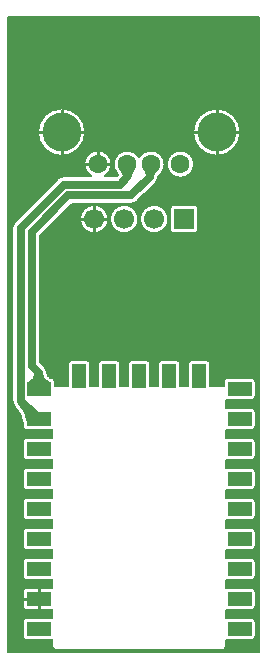
<source format=gbl>
G04 Layer: BottomLayer*
G04 EasyEDA Pro v2.1.54, 2024-04-03 12:40:51*
G04 Gerber Generator version 0.3*
G04 Scale: 100 percent, Rotated: No, Reflected: No*
G04 Dimensions in millimeters*
G04 Leading zeros omitted, absolute positions, 3 integers and 5 decimals*
%FSLAX35Y35*%
%MOMM*%
%ADD8191C,0.2032*%
%ADD10C,0.254*%
%ADD11R,1.7X1.7*%
%ADD12C,1.7*%
%ADD13C,1.6*%
%ADD14C,3.3011*%
%ADD15C,3.29999*%
%ADD16R,2.0X1.2*%
%ADD17R,1.2X2.0*%
%ADD18C,0.61*%
%ADD19C,0.5*%
%ADD20C,0.6*%
%ADD21C,0.718*%
G75*


G04 Copper Start*
G36*
G01X1485814Y-5864186D02*
G01X1485814Y-485814D01*
G01X3614186D01*
G01Y-5864186D01*
G01X1485814D01*
G37*
%LPC*%
G36*
G01X3299991Y-5851052D02*
G03X3335805Y-5815238I0J35814D01*
G01Y-5763377D01*
G03X3349999Y-5766310I14194J32881D01*
G01X3549998D01*
G03X3585812Y-5730496I0J35814D01*
G01Y-5610496D01*
G03X3549998Y-5574682I-35814J0D01*
G01X3349999D01*
G03X3335805Y-5577615I0J-35814D01*
G01Y-5509377D01*
G03X3349999Y-5512310I14194J32881D01*
G01X3549998D01*
G03X3585812Y-5476496I0J35814D01*
G01Y-5356496D01*
G03X3549998Y-5320682I-35814J0D01*
G01X3349999D01*
G03X3335805Y-5323615I0J-35814D01*
G01Y-5255377D01*
G03X3349999Y-5258310I14194J32881D01*
G01X3549998D01*
G03X3585812Y-5222496I0J35814D01*
G01Y-5102496D01*
G03X3549998Y-5066682I-35814J0D01*
G01X3349999D01*
G03X3335805Y-5069615I0J-35814D01*
G01Y-5001377D01*
G03X3349999Y-5004310I14194J32881D01*
G01X3549998D01*
G03X3585812Y-4968496I0J35814D01*
G01Y-4848496D01*
G03X3549998Y-4812682I-35814J0D01*
G01X3349999D01*
G03X3335805Y-4815615I0J-35814D01*
G01Y-4747377D01*
G03X3349999Y-4750310I14194J32881D01*
G01X3549998D01*
G03X3585812Y-4714496I0J35814D01*
G01Y-4594496D01*
G03X3549998Y-4558682I-35814J0D01*
G01X3349999D01*
G03X3335805Y-4561615I0J-35814D01*
G01Y-4493377D01*
G03X3349999Y-4496310I14194J32881D01*
G01X3549998D01*
G03X3585812Y-4460496I0J35814D01*
G01Y-4340496D01*
G03X3549998Y-4304682I-35814J0D01*
G01X3349999D01*
G03X3335805Y-4307615I0J-35814D01*
G01Y-4239377D01*
G03X3349999Y-4242310I14194J32881D01*
G01X3549998D01*
G03X3585812Y-4206496I0J35814D01*
G01Y-4086496D01*
G03X3549998Y-4050682I-35814J0D01*
G01X3349999D01*
G03X3335805Y-4053615I0J-35814D01*
G01Y-3985377D01*
G03X3349999Y-3988310I14194J32881D01*
G01X3549998D01*
G03X3585812Y-3952496I0J35814D01*
G01Y-3832496D01*
G03X3549998Y-3796682I-35814J0D01*
G01X3349999D01*
G03X3335805Y-3799615I0J-35814D01*
G01Y-3731377D01*
G03X3349999Y-3734310I14194J32881D01*
G01X3549998D01*
G03X3585812Y-3698496I0J35814D01*
G01Y-3578496D01*
G03X3549998Y-3542682I-35814J0D01*
G01X3349999D01*
G03X3314185Y-3578496I0J-35814D01*
G01Y-3612356D01*
G03X3299991Y-3609423I-14194J-32881D01*
G01X3203801D01*
G01Y-3429505D01*
G03X3167987Y-3393691I-35814J0D01*
G01X3047988D01*
G03X3012174Y-3429505I0J-35814D01*
G01Y-3609423D01*
G01X2949801D01*
G01Y-3429505D01*
G03X2913987Y-3393691I-35814J0D01*
G01X2793988D01*
G03X2758174Y-3429505I0J-35814D01*
G01Y-3609423D01*
G01X2695801D01*
G01Y-3429505D01*
G03X2659987Y-3393691I-35814J0D01*
G01X2539988D01*
G03X2504174Y-3429505I0J-35814D01*
G01Y-3609423D01*
G01X2441801D01*
G01Y-3429505D01*
G03X2405987Y-3393691I-35814J0D01*
G01X2285988D01*
G03X2250174Y-3429505I0J-35814D01*
G01Y-3609423D01*
G01X2187801D01*
G01Y-3429505D01*
G03X2151987Y-3393691I-35814J0D01*
G01X2031988D01*
G03X1996174Y-3429505I0J-35814D01*
G01Y-3609423D01*
G01X1899994D01*
G03X1885816Y-3612349I0J-35814D01*
G01Y-3578496D01*
G03X1850002Y-3542682I-35814J0D01*
G01X1846763D01*
G02X1821716Y-3502596I19553J40086D01*
G03X1800711Y-3451887I-71714J0D01*
G01X1761446Y-3412621D01*
G01Y-2339973D01*
G01X2029705Y-2071714D01*
G01X2532409D01*
G03X2583118Y-2050710I0J71714D01*
G01X2742809Y-1891019D01*
G03X2763809Y-1841190I-50709J50709D01*
G01X2763899Y-1839037D01*
G01X2764008Y-1838212D01*
G01X2764125Y-1837696D01*
G01X2764254Y-1837306D01*
G01X2764445Y-1836864D01*
G01X2764786Y-1836234D01*
G01X2765370Y-1835323D01*
G01X2766168Y-1834239D01*
G01X2768241Y-1831767D01*
G01X2779863Y-1819664D01*
G01X2780311Y-1819189D01*
G01X2783383Y-1815871D01*
G03X2786860Y-1812100I-83383J80375D01*
G03X2815814Y-1735496I-86860J76604D01*
G03X2700000Y-1619683I-115814J0D01*
G03X2600000Y-1677076I0J-115814D01*
G03X2500000Y-1619683I-100000J-58420D01*
G03X2384186Y-1735496I0J-115814D01*
G03X2412701Y-1811600I115814J0D01*
G01X2415033Y-1814433D01*
G01X2417131Y-1817324D01*
G01X2419290Y-1820673D01*
G01X2421384Y-1824328D01*
G01X2421643Y-1824840D01*
G01X2410296Y-1836186D01*
G01X2307236D01*
G03X2365827Y-1735496I-57222J100690D01*
G03X2250013Y-1619683I-115814J0D01*
G03X2134200Y-1735496I0J-115814D01*
G03X2192791Y-1836186I115814J0D01*
G01X1961851D01*
G03X1911142Y-1857191I0J-71714D01*
G01X1546922Y-2221410D01*
G03X1525918Y-2272119I50709J-50709D01*
G01Y-3740126D01*
G03X1546922Y-3790835I71714J0D01*
G01X1548522Y-3792435D01*
G02X1614188Y-3922058I-165064J-165064D01*
G01Y-3952496D01*
G03X1650002Y-3988310I35814J0D01*
G01X1850002D01*
G03X1864180Y-3985384I0J35814D01*
G01Y-4053608D01*
G03X1850002Y-4050682I-14178J-32888D01*
G01X1650002D01*
G03X1614188Y-4086496I0J-35814D01*
G01Y-4206496D01*
G03X1650002Y-4242310I35814J0D01*
G01X1850002D01*
G03X1864180Y-4239384I0J35814D01*
G01Y-4307608D01*
G03X1850002Y-4304682I-14178J-32888D01*
G01X1650002D01*
G03X1614188Y-4340496I0J-35814D01*
G01Y-4460496D01*
G03X1650002Y-4496310I35814J0D01*
G01X1850002D01*
G03X1864180Y-4493384I0J35814D01*
G01Y-4561608D01*
G03X1850002Y-4558682I-14178J-32888D01*
G01X1650002D01*
G03X1614188Y-4594496I0J-35814D01*
G01Y-4714496D01*
G03X1650002Y-4750310I35814J0D01*
G01X1850002D01*
G03X1864180Y-4747384I0J35814D01*
G01Y-4815608D01*
G03X1850002Y-4812682I-14178J-32888D01*
G01X1650002D01*
G03X1614188Y-4848496I0J-35814D01*
G01Y-4968496D01*
G03X1650002Y-5004310I35814J0D01*
G01X1850002D01*
G03X1864180Y-5001384I0J35814D01*
G01Y-5069608D01*
G03X1850002Y-5066682I-14178J-32888D01*
G01X1650002D01*
G03X1614188Y-5102496I0J-35814D01*
G01Y-5222496D01*
G03X1650002Y-5258310I35814J0D01*
G01X1850002D01*
G03X1864180Y-5255384I0J35814D01*
G01Y-5323608D01*
G03X1850002Y-5320682I-14178J-32888D01*
G01X1650002D01*
G03X1614188Y-5356496I0J-35814D01*
G01Y-5476496D01*
G03X1650002Y-5512310I35814J0D01*
G01X1850002D01*
G03X1864180Y-5509384I0J35814D01*
G01Y-5577608D01*
G03X1850002Y-5574682I-14178J-32888D01*
G01X1650002D01*
G03X1614188Y-5610496I0J-35814D01*
G01Y-5730496D01*
G03X1650002Y-5766310I35814J0D01*
G01X1850002D01*
G03X1864180Y-5763384I0J35814D01*
G01Y-5815238D01*
G03X1899994Y-5851052I35814J0D01*
G01X3299991D01*
G37*
G36*
G01X3256996Y-1665317D02*
G03X3457810Y-1464504I0J200814D01*
G03X3256996Y-1263690I-200814J0D01*
G03X3056183Y-1464504I0J-200814D01*
G03X3256996Y-1665317I200814J0D01*
G37*
G36*
G01X1742190Y-1464504D02*
G03X1943004Y-1665317I200814J0D01*
G03X2143817Y-1464504I0J200814D01*
G03X1943004Y-1263690I-200814J0D01*
G03X1742190Y-1464504I0J-200814D01*
G37*
G36*
G01X2860186Y-2285000D02*
G03X2896000Y-2320814I35814J0D01*
G01X3066000D01*
G03X3101814Y-2285000I0J35814D01*
G01Y-2115000D01*
G03X3066000Y-2079186I-35814J0D01*
G01X2896000D01*
G03X2860186Y-2115000I0J-35814D01*
G01Y-2285000D01*
G37*
G36*
G01X2352186Y-2200000D02*
G03X2473000Y-2320814I120814J0D01*
G03X2593814Y-2200000I0J120814D01*
G03X2473000Y-2079186I-120814J0D01*
G03X2352186Y-2200000I0J-120814D01*
G37*
G36*
G01X2219000Y-2320814D02*
G03X2339814Y-2200000I0J120814D01*
G03X2219000Y-2079186I-120814J0D01*
G03X2098186Y-2200000I0J-120814D01*
G03X2219000Y-2320814I120814J0D01*
G37*
G36*
G01X2606186Y-2200000D02*
G03X2727000Y-2320814I120814J0D01*
G03X2847814Y-2200000I0J120814D01*
G03X2727000Y-2079186I-120814J0D01*
G03X2606186Y-2200000I0J-120814D01*
G37*
G36*
G01X2834198Y-1735496D02*
G03X2950012Y-1851310I115814J0D01*
G03X3065826Y-1735496I0J115814D01*
G03X2950012Y-1619683I-115814J0D01*
G03X2834198Y-1735496I0J-115814D01*
G37*
%LPD*%
G54D8191*
G01X1485814Y-5864186D02*
G01X1485814Y-485814D01*
G01X3614186D01*
G01Y-5864186D01*
G01X1485814D01*
G01X3299991Y-5851052D02*
G03X3335805Y-5815238I0J35814D01*
G01Y-5763377D01*
G03X3349999Y-5766310I14194J32881D01*
G01X3549998D01*
G03X3585812Y-5730496I0J35814D01*
G01Y-5610496D01*
G03X3549998Y-5574682I-35814J0D01*
G01X3349999D01*
G03X3335805Y-5577615I0J-35814D01*
G01Y-5509377D01*
G03X3349999Y-5512310I14194J32881D01*
G01X3549998D01*
G03X3585812Y-5476496I0J35814D01*
G01Y-5356496D01*
G03X3549998Y-5320682I-35814J0D01*
G01X3349999D01*
G03X3335805Y-5323615I0J-35814D01*
G01Y-5255377D01*
G03X3349999Y-5258310I14194J32881D01*
G01X3549998D01*
G03X3585812Y-5222496I0J35814D01*
G01Y-5102496D01*
G03X3549998Y-5066682I-35814J0D01*
G01X3349999D01*
G03X3335805Y-5069615I0J-35814D01*
G01Y-5001377D01*
G03X3349999Y-5004310I14194J32881D01*
G01X3549998D01*
G03X3585812Y-4968496I0J35814D01*
G01Y-4848496D01*
G03X3549998Y-4812682I-35814J0D01*
G01X3349999D01*
G03X3335805Y-4815615I0J-35814D01*
G01Y-4747377D01*
G03X3349999Y-4750310I14194J32881D01*
G01X3549998D01*
G03X3585812Y-4714496I0J35814D01*
G01Y-4594496D01*
G03X3549998Y-4558682I-35814J0D01*
G01X3349999D01*
G03X3335805Y-4561615I0J-35814D01*
G01Y-4493377D01*
G03X3349999Y-4496310I14194J32881D01*
G01X3549998D01*
G03X3585812Y-4460496I0J35814D01*
G01Y-4340496D01*
G03X3549998Y-4304682I-35814J0D01*
G01X3349999D01*
G03X3335805Y-4307615I0J-35814D01*
G01Y-4239377D01*
G03X3349999Y-4242310I14194J32881D01*
G01X3549998D01*
G03X3585812Y-4206496I0J35814D01*
G01Y-4086496D01*
G03X3549998Y-4050682I-35814J0D01*
G01X3349999D01*
G03X3335805Y-4053615I0J-35814D01*
G01Y-3985377D01*
G03X3349999Y-3988310I14194J32881D01*
G01X3549998D01*
G03X3585812Y-3952496I0J35814D01*
G01Y-3832496D01*
G03X3549998Y-3796682I-35814J0D01*
G01X3349999D01*
G03X3335805Y-3799615I0J-35814D01*
G01Y-3731377D01*
G03X3349999Y-3734310I14194J32881D01*
G01X3549998D01*
G03X3585812Y-3698496I0J35814D01*
G01Y-3578496D01*
G03X3549998Y-3542682I-35814J0D01*
G01X3349999D01*
G03X3314185Y-3578496I0J-35814D01*
G01Y-3612356D01*
G03X3299991Y-3609423I-14194J-32881D01*
G01X3203801D01*
G01Y-3429505D01*
G03X3167987Y-3393691I-35814J0D01*
G01X3047988D01*
G03X3012174Y-3429505I0J-35814D01*
G01Y-3609423D01*
G01X2949801D01*
G01Y-3429505D01*
G03X2913987Y-3393691I-35814J0D01*
G01X2793988D01*
G03X2758174Y-3429505I0J-35814D01*
G01Y-3609423D01*
G01X2695801D01*
G01Y-3429505D01*
G03X2659987Y-3393691I-35814J0D01*
G01X2539988D01*
G03X2504174Y-3429505I0J-35814D01*
G01Y-3609423D01*
G01X2441801D01*
G01Y-3429505D01*
G03X2405987Y-3393691I-35814J0D01*
G01X2285988D01*
G03X2250174Y-3429505I0J-35814D01*
G01Y-3609423D01*
G01X2187801D01*
G01Y-3429505D01*
G03X2151987Y-3393691I-35814J0D01*
G01X2031988D01*
G03X1996174Y-3429505I0J-35814D01*
G01Y-3609423D01*
G01X1899994D01*
G03X1885816Y-3612349I0J-35814D01*
G01Y-3578496D01*
G03X1850002Y-3542682I-35814J0D01*
G01X1846763D01*
G02X1821716Y-3502596I19553J40086D01*
G03X1800711Y-3451887I-71714J0D01*
G01X1761446Y-3412621D01*
G01Y-2339973D01*
G01X2029705Y-2071714D01*
G01X2532409D01*
G03X2583118Y-2050710I0J71714D01*
G01X2742809Y-1891019D01*
G03X2763809Y-1841190I-50709J50709D01*
G01X2763899Y-1839037D01*
G01X2764008Y-1838212D01*
G01X2764125Y-1837696D01*
G01X2764254Y-1837306D01*
G01X2764445Y-1836864D01*
G01X2764786Y-1836234D01*
G01X2765370Y-1835323D01*
G01X2766168Y-1834239D01*
G01X2768241Y-1831767D01*
G01X2779863Y-1819664D01*
G01X2780311Y-1819189D01*
G01X2783383Y-1815871D01*
G03X2786860Y-1812100I-83383J80375D01*
G03X2815814Y-1735496I-86860J76604D01*
G03X2700000Y-1619683I-115814J0D01*
G03X2600000Y-1677076I0J-115814D01*
G03X2500000Y-1619683I-100000J-58420D01*
G03X2384186Y-1735496I0J-115814D01*
G03X2412701Y-1811600I115814J0D01*
G01X2415033Y-1814433D01*
G01X2417131Y-1817324D01*
G01X2419290Y-1820673D01*
G01X2421384Y-1824328D01*
G01X2421643Y-1824840D01*
G01X2410296Y-1836186D01*
G01X2307236D01*
G03X2365827Y-1735496I-57222J100690D01*
G03X2250013Y-1619683I-115814J0D01*
G03X2134200Y-1735496I0J-115814D01*
G03X2192791Y-1836186I115814J0D01*
G01X1961851D01*
G03X1911142Y-1857191I0J-71714D01*
G01X1546922Y-2221410D01*
G03X1525918Y-2272119I50709J-50709D01*
G01Y-3740126D01*
G03X1546922Y-3790835I71714J0D01*
G01X1548522Y-3792435D01*
G02X1614188Y-3922058I-165064J-165064D01*
G01Y-3952496D01*
G03X1650002Y-3988310I35814J0D01*
G01X1850002D01*
G03X1864180Y-3985384I0J35814D01*
G01Y-4053608D01*
G03X1850002Y-4050682I-14178J-32888D01*
G01X1650002D01*
G03X1614188Y-4086496I0J-35814D01*
G01Y-4206496D01*
G03X1650002Y-4242310I35814J0D01*
G01X1850002D01*
G03X1864180Y-4239384I0J35814D01*
G01Y-4307608D01*
G03X1850002Y-4304682I-14178J-32888D01*
G01X1650002D01*
G03X1614188Y-4340496I0J-35814D01*
G01Y-4460496D01*
G03X1650002Y-4496310I35814J0D01*
G01X1850002D01*
G03X1864180Y-4493384I0J35814D01*
G01Y-4561608D01*
G03X1850002Y-4558682I-14178J-32888D01*
G01X1650002D01*
G03X1614188Y-4594496I0J-35814D01*
G01Y-4714496D01*
G03X1650002Y-4750310I35814J0D01*
G01X1850002D01*
G03X1864180Y-4747384I0J35814D01*
G01Y-4815608D01*
G03X1850002Y-4812682I-14178J-32888D01*
G01X1650002D01*
G03X1614188Y-4848496I0J-35814D01*
G01Y-4968496D01*
G03X1650002Y-5004310I35814J0D01*
G01X1850002D01*
G03X1864180Y-5001384I0J35814D01*
G01Y-5069608D01*
G03X1850002Y-5066682I-14178J-32888D01*
G01X1650002D01*
G03X1614188Y-5102496I0J-35814D01*
G01Y-5222496D01*
G03X1650002Y-5258310I35814J0D01*
G01X1850002D01*
G03X1864180Y-5255384I0J35814D01*
G01Y-5323608D01*
G03X1850002Y-5320682I-14178J-32888D01*
G01X1650002D01*
G03X1614188Y-5356496I0J-35814D01*
G01Y-5476496D01*
G03X1650002Y-5512310I35814J0D01*
G01X1850002D01*
G03X1864180Y-5509384I0J35814D01*
G01Y-5577608D01*
G03X1850002Y-5574682I-14178J-32888D01*
G01X1650002D01*
G03X1614188Y-5610496I0J-35814D01*
G01Y-5730496D01*
G03X1650002Y-5766310I35814J0D01*
G01X1850002D01*
G03X1864180Y-5763384I0J35814D01*
G01Y-5815238D01*
G03X1899994Y-5851052I35814J0D01*
G01X3299991D01*
G01X3256996Y-1665317D02*
G03X3457810Y-1464504I0J200814D01*
G03X3256996Y-1263690I-200814J0D01*
G03X3056183Y-1464504I0J-200814D01*
G03X3256996Y-1665317I200814J0D01*
G01X1742190Y-1464504D02*
G03X1943004Y-1665317I200814J0D01*
G03X2143817Y-1464504I0J200814D01*
G03X1943004Y-1263690I-200814J0D01*
G03X1742190Y-1464504I0J-200814D01*
G01X2860186Y-2285000D02*
G03X2896000Y-2320814I35814J0D01*
G01X3066000D01*
G03X3101814Y-2285000I0J35814D01*
G01Y-2115000D01*
G03X3066000Y-2079186I-35814J0D01*
G01X2896000D01*
G03X2860186Y-2115000I0J-35814D01*
G01Y-2285000D01*
G01X2352186Y-2200000D02*
G03X2473000Y-2320814I120814J0D01*
G03X2593814Y-2200000I0J120814D01*
G03X2473000Y-2079186I-120814J0D01*
G03X2352186Y-2200000I0J-120814D01*
G01X2219000Y-2320814D02*
G03X2339814Y-2200000I0J120814D01*
G03X2219000Y-2079186I-120814J0D01*
G03X2098186Y-2200000I0J-120814D01*
G03X2219000Y-2320814I120814J0D01*
G01X2606186Y-2200000D02*
G03X2727000Y-2320814I120814J0D01*
G03X2847814Y-2200000I0J120814D01*
G03X2727000Y-2079186I-120814J0D01*
G03X2606186Y-2200000I0J-120814D01*
G01X2834198Y-1735496D02*
G03X2950012Y-1851310I115814J0D01*
G03X3065826Y-1735496I0J115814D01*
G03X2950012Y-1619683I-115814J0D01*
G03X2834198Y-1735496I0J-115814D01*
G54D10*
G01X1750002Y-5416496D02*
G01X1624094Y-5416496D01*
G01X1750002Y-5416496D02*
G01X1750002Y-5330588D01*
G01X1750002Y-5416496D02*
G01X1750002Y-5502404D01*
G01X1943004Y-1464504D02*
G01X2133911Y-1464504D01*
G01X1943004Y-1464504D02*
G01X1752096Y-1464504D01*
G01X1943004Y-1464504D02*
G01X1943004Y-1655411D01*
G01X1943004Y-1464504D02*
G01X1943004Y-1273596D01*
G01X2219000Y-2200000D02*
G01X2329908Y-2200000D01*
G01X2219000Y-2200000D02*
G01X2108092Y-2200000D01*
G01X2219000Y-2200000D02*
G01X2219000Y-2310908D01*
G01X2219000Y-2200000D02*
G01X2219000Y-2089092D01*
G01X2250013Y-1735496D02*
G01X2355921Y-1735496D01*
G01X2250013Y-1735496D02*
G01X2144106Y-1735496D01*
G01X2250013Y-1735496D02*
G01X2250013Y-1629589D01*
G01X3256996Y-1464504D02*
G01X3447904Y-1464504D01*
G01X3256996Y-1464504D02*
G01X3066089Y-1464504D01*
G01X3256996Y-1464504D02*
G01X3256996Y-1655411D01*
G01X3256996Y-1464504D02*
G01X3256996Y-1273596D01*
G04 Copper End*

G04 Tear Start*
G36*
G01X2656200Y-1840309D02*
G01X2728000Y-1840309D01*
G01X2728184Y-1835939D01*
G01X2728719Y-1831878D01*
G01X2729582Y-1828092D01*
G01X2730750Y-1824546D01*
G01X2732199Y-1821208D01*
G01X2733906Y-1818042D01*
G01X2735847Y-1815015D01*
G01X2738000Y-1812092D01*
G01X2741573Y-1807831D01*
G01X2754031Y-1794858D01*
G01X2760000Y-1788411D01*
G01X2640000D01*
G01X2642009Y-1790882D01*
G01X2643880Y-1793564D01*
G01X2645613Y-1796433D01*
G01X2647209Y-1799467D01*
G01X2649351Y-1804277D01*
G01X2651194Y-1809327D01*
G01X2652741Y-1814539D01*
G01X2653998Y-1819836D01*
G01X2654968Y-1825140D01*
G01X2655655Y-1830372D01*
G01X2656065Y-1835454D01*
G01X2656200Y-1840309D01*
G37*
G36*
G01X2464100Y-1844411D02*
G01X2535900Y-1844411D01*
G01X2536039Y-1840930D01*
G01X2536441Y-1837335D01*
G01X2537092Y-1833649D01*
G01X2537971Y-1829897D01*
G01X2539683Y-1824197D01*
G01X2541811Y-1818482D01*
G01X2544296Y-1812833D01*
G01X2547079Y-1807331D01*
G01X2550101Y-1802057D01*
G01X2553301Y-1797092D01*
G01X2556621Y-1792516D01*
G01X2560000Y-1788411D01*
G01X2440000D01*
G01X2443379Y-1792516D01*
G01X2446699Y-1797092D01*
G01X2449900Y-1802057D01*
G01X2452921Y-1807331D01*
G01X2455705Y-1812833D01*
G01X2458190Y-1818482D01*
G01X2460318Y-1824197D01*
G01X2462029Y-1829897D01*
G01X2462909Y-1833649D01*
G01X2463559Y-1837335D01*
G01X2463962Y-1840930D01*
G01X2464100Y-1844411D01*
G37*
G36*
G01X1785902Y-3502596D02*
G01X1714102Y-3502596D01*
G02X1660252Y-3578496I-80414J-0D01*
G01X1839752D01*
G02X1785902Y-3502596I26564J75900D01*
G37*
G36*
G01X1664617Y-3756341D02*
G01X1573847Y-3767111D01*
G02X1650002Y-3919422I-190388J-190388D01*
G01X1751482Y-3832496D01*
G02X1664617Y-3756341I536195J699216D01*
G37*
G04 Tear End*

G04 Pad Start*
G54D11*
G01X2981000Y-2200000D03*
G54D12*
G01X2727000Y-2200000D03*
G01X2473000Y-2200000D03*
G01X2219000Y-2200000D03*
G54D13*
G01X2219000Y-2200000D03*
G01X2473000Y-2200000D03*
G01X2727000Y-2200000D03*
G01X2981000Y-2200000D03*
G01X2950012Y-1735496D03*
G01X2700000Y-1735496D03*
G01X2500000Y-1735496D03*
G01X2250014Y-1735496D03*
G54D15*
G01X3256997Y-1464504D03*
G01X1943004Y-1464504D03*
G54D16*
G01X3449998Y-5670496D03*
G01X3449998Y-5416496D03*
G01X3449998Y-5162496D03*
G01X3449998Y-4908496D03*
G01X3449998Y-4654496D03*
G01X3449998Y-4400496D03*
G01X3449998Y-4146496D03*
G01X3449998Y-3892496D03*
G01X3449998Y-3638496D03*
G54D17*
G01X3107987Y-3529504D03*
G01X2853987Y-3529504D03*
G01X2599987Y-3529504D03*
G01X2345987Y-3529504D03*
G01X2091987Y-3529504D03*
G54D16*
G01X1750002Y-3638496D03*
G01X1750002Y-3892496D03*
G01X1750002Y-4146496D03*
G01X1750002Y-4400496D03*
G01X1750002Y-4654496D03*
G01X1750002Y-4908496D03*
G01X1750002Y-5162496D03*
G01X1750002Y-5416496D03*
G01X1750002Y-5670496D03*
G04 Pad End*

G04 Via Start*
G54D18*
G01X3500000Y-4650000D03*
G01X3400000Y-4400000D03*
G54D19*
G01X1750001Y-5670003D03*
G54D20*
G01X1950000Y-3300000D03*
G01X3250000Y-3300000D03*
G01X2600000Y-2400000D03*
G01X1600000Y-600000D03*
G01X3500000Y-600000D03*
G01X2600000Y-600000D03*
G01X1600000Y-1500000D03*
G01X2600000Y-1500000D03*
G01X3500000Y-2100000D03*
G01X2900000Y-2000000D03*
G01X1600000Y-2000000D03*
G01X1900000Y-2400000D03*
G01X2600000Y-2900000D03*
G54D19*
G01X3060002Y-2410001D03*
G01X3420002Y-2770002D03*
G01X1550000Y-5800000D03*
G01X3550000Y-5800000D03*
G01X3550000Y-4800000D03*
G01X3550000Y-5300000D03*
G01X1550000Y-5300000D03*
G01X1550000Y-4800000D03*
G01X1550000Y-4250000D03*
G01X1550000Y-3950000D03*
G04 Via End*

G04 Track Start*
G54D10*
G01X2473000Y-2177000D02*
G01X2473000Y-2200000D01*
G54D21*
G01X1750002Y-3892496D02*
G01X1597632Y-3740126D01*
G01X2440001Y-1907900D02*
G01X1961851Y-1907900D01*
G01X1750002Y-3502596D02*
G01X1750002Y-3638496D01*
G01X1689732Y-3442326D02*
G01X1750002Y-3502596D01*
G01X2000000Y-2000000D02*
G01X1689732Y-2310268D01*
G01X2695372Y-1735496D02*
G01X2692100Y-1738769D01*
G01X2700000Y-1735496D02*
G01X2695372Y-1735496D01*
G01X1597632Y-3740126D02*
G01X1597632Y-2272119D01*
G01X1961851Y-1907900D01*
G01X1689732Y-2310268D02*
G01X1689732Y-3442326D01*
G01X2500000Y-1735496D02*
G01X2500000Y-1847901D01*
G01X2440001Y-1907900D01*
G01X2692100Y-1738769D02*
G01X2692100Y-1840309D01*
G01X2532409Y-2000000D01*
G01X2000000D01*
G04 Track End*

M02*

</source>
